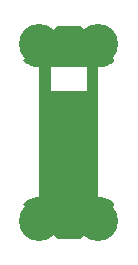
<source format=gbr>
%TF.GenerationSoftware,KiCad,Pcbnew,6.0.9+dfsg-1~bpo11+1*%
%TF.CreationDate,2022-11-07T06:27:49+01:00*%
%TF.ProjectId,pcb-connector,7063622d-636f-46e6-9e65-63746f722e6b,2*%
%TF.SameCoordinates,Original*%
%TF.FileFunction,Soldermask,Bot*%
%TF.FilePolarity,Negative*%
%FSLAX46Y46*%
G04 Gerber Fmt 4.6, Leading zero omitted, Abs format (unit mm)*
G04 Created by KiCad (PCBNEW 6.0.9+dfsg-1~bpo11+1) date 2022-11-07 06:27:49*
%MOMM*%
%LPD*%
G01*
G04 APERTURE LIST*
%ADD10C,3.400000*%
G04 APERTURE END LIST*
D10*
%TO.C,H4*%
X145000000Y-90000000D03*
%TD*%
%TO.C,H3*%
X150000000Y-75000000D03*
%TD*%
%TO.C,H1*%
X145000000Y-75000000D03*
%TD*%
%TO.C,H2*%
X150000000Y-90000000D03*
%TD*%
G36*
X149942121Y-78756187D02*
G01*
X149988614Y-78809843D01*
X150000000Y-78862185D01*
X150000000Y-87981885D01*
X150004475Y-87997124D01*
X150007518Y-87999761D01*
X150011442Y-88000750D01*
X150252810Y-88016570D01*
X150269150Y-88018721D01*
X150509538Y-88066537D01*
X150525459Y-88070803D01*
X150757548Y-88149587D01*
X150772774Y-88155894D01*
X150992592Y-88264296D01*
X151006866Y-88272537D01*
X151210658Y-88408706D01*
X151223733Y-88418739D01*
X151313070Y-88497085D01*
X151351098Y-88557038D01*
X151350676Y-88628034D01*
X151319088Y-88680912D01*
X148536905Y-91463095D01*
X148474593Y-91497121D01*
X148447810Y-91500000D01*
X146552190Y-91500000D01*
X146484069Y-91479998D01*
X146463095Y-91463095D01*
X143680912Y-88680912D01*
X143646886Y-88618600D01*
X143651951Y-88547785D01*
X143686930Y-88497085D01*
X143776267Y-88418739D01*
X143789342Y-88408706D01*
X143993131Y-88272539D01*
X144007404Y-88264298D01*
X144227230Y-88155891D01*
X144242458Y-88149584D01*
X144474540Y-88070803D01*
X144490460Y-88066537D01*
X144730850Y-88018721D01*
X144747190Y-88016570D01*
X144981921Y-88001185D01*
X144996838Y-87995722D01*
X144999271Y-87992513D01*
X145000000Y-87988537D01*
X145000000Y-79116185D01*
X145020002Y-79048064D01*
X145073658Y-79001571D01*
X145126000Y-78990185D01*
X148981885Y-78990185D01*
X148997124Y-78985710D01*
X148998329Y-78984320D01*
X149000000Y-78976637D01*
X149000000Y-78862185D01*
X149020002Y-78794064D01*
X149073658Y-78747571D01*
X149126000Y-78736185D01*
X149874000Y-78736185D01*
X149942121Y-78756187D01*
G37*
G36*
X150094514Y-76766002D02*
G01*
X150141007Y-76819658D01*
X150151111Y-76889932D01*
X150121617Y-76954512D01*
X150061891Y-76992896D01*
X150034634Y-76997730D01*
X150018079Y-76998815D01*
X150003162Y-77004278D01*
X150000729Y-77007487D01*
X150000000Y-77011463D01*
X150000000Y-79128000D01*
X149979998Y-79196121D01*
X149926342Y-79242614D01*
X149874000Y-79254000D01*
X149003088Y-79254000D01*
X148996906Y-79253848D01*
X148981291Y-79253081D01*
X148968985Y-79251869D01*
X148956574Y-79250028D01*
X148944448Y-79247616D01*
X148932267Y-79244565D01*
X148920435Y-79240976D01*
X148908629Y-79236752D01*
X148897194Y-79232015D01*
X148893110Y-79230083D01*
X148840085Y-79182872D01*
X148821002Y-79114488D01*
X148841920Y-79046643D01*
X148896197Y-79000877D01*
X148946991Y-78990185D01*
X148981885Y-78990185D01*
X148997124Y-78985710D01*
X148998329Y-78984320D01*
X149000000Y-78976637D01*
X149000000Y-77018115D01*
X148995525Y-77002876D01*
X148994135Y-77001671D01*
X148986452Y-77000000D01*
X148979162Y-77000000D01*
X148911041Y-76979998D01*
X148864548Y-76926342D01*
X148854444Y-76856068D01*
X148883938Y-76791488D01*
X148943664Y-76753104D01*
X148960671Y-76749364D01*
X148968982Y-76748131D01*
X148981291Y-76746919D01*
X148996906Y-76746152D01*
X149003088Y-76746000D01*
X150026393Y-76746000D01*
X150094514Y-76766002D01*
G37*
G36*
X148515931Y-73520002D02*
G01*
X148536905Y-73536905D01*
X151319088Y-76319088D01*
X151353114Y-76381400D01*
X151348049Y-76452215D01*
X151313070Y-76502915D01*
X151223733Y-76581261D01*
X151210658Y-76591294D01*
X151006869Y-76727461D01*
X150992596Y-76735702D01*
X150772770Y-76844109D01*
X150757542Y-76850416D01*
X150525460Y-76929197D01*
X150509540Y-76933463D01*
X150269150Y-76981279D01*
X150252810Y-76983430D01*
X150018079Y-76998815D01*
X150003162Y-77004278D01*
X150000729Y-77007487D01*
X150000000Y-77011463D01*
X150000000Y-77128000D01*
X149979998Y-77196121D01*
X149926342Y-77242614D01*
X149874000Y-77254000D01*
X149126000Y-77254000D01*
X149057879Y-77233998D01*
X149011386Y-77180342D01*
X149000000Y-77128000D01*
X149000000Y-77018115D01*
X148995525Y-77002876D01*
X148994135Y-77001671D01*
X148986452Y-77000000D01*
X146018115Y-77000000D01*
X146002876Y-77004475D01*
X146001671Y-77005865D01*
X146000000Y-77013548D01*
X146000000Y-77128000D01*
X145979998Y-77196121D01*
X145926342Y-77242614D01*
X145874000Y-77254000D01*
X145126000Y-77254000D01*
X145057879Y-77233998D01*
X145011386Y-77180342D01*
X145000000Y-77128000D01*
X145000000Y-77018115D01*
X144995525Y-77002876D01*
X144992482Y-77000239D01*
X144988558Y-76999250D01*
X144747190Y-76983430D01*
X144730850Y-76981279D01*
X144490462Y-76933463D01*
X144474541Y-76929197D01*
X144242452Y-76850413D01*
X144227226Y-76844106D01*
X144007408Y-76735704D01*
X143993134Y-76727463D01*
X143789342Y-76591294D01*
X143776267Y-76581261D01*
X143686930Y-76502915D01*
X143648902Y-76442962D01*
X143649324Y-76371966D01*
X143680912Y-76319088D01*
X146463095Y-73536905D01*
X146525407Y-73502879D01*
X146552190Y-73500000D01*
X148447810Y-73500000D01*
X148515931Y-73520002D01*
G37*
G36*
X146003094Y-76746152D02*
G01*
X146018709Y-76746919D01*
X146031018Y-76748131D01*
X146039329Y-76749364D01*
X146103777Y-76779146D01*
X146141892Y-76839044D01*
X146141574Y-76910040D01*
X146102923Y-76969593D01*
X146038210Y-76998797D01*
X146020838Y-77000000D01*
X146018115Y-77000000D01*
X146002876Y-77004475D01*
X146001671Y-77005865D01*
X146000000Y-77013548D01*
X146000000Y-78972070D01*
X146004475Y-78987309D01*
X146005865Y-78988514D01*
X146013548Y-78990185D01*
X146053009Y-78990185D01*
X146121130Y-79010187D01*
X146167623Y-79063843D01*
X146177727Y-79134117D01*
X146148233Y-79198697D01*
X146106890Y-79230083D01*
X146102806Y-79232015D01*
X146091371Y-79236752D01*
X146079565Y-79240976D01*
X146067733Y-79244565D01*
X146055552Y-79247616D01*
X146043426Y-79250028D01*
X146031015Y-79251869D01*
X146018709Y-79253081D01*
X146003094Y-79253848D01*
X145996912Y-79254000D01*
X145126000Y-79254000D01*
X145057879Y-79233998D01*
X145011386Y-79180342D01*
X145000000Y-79128000D01*
X145000000Y-77018115D01*
X144995525Y-77002876D01*
X144992482Y-77000239D01*
X144988558Y-76999250D01*
X144965366Y-76997730D01*
X144898700Y-76973316D01*
X144855815Y-76916734D01*
X144850329Y-76845950D01*
X144883983Y-76783436D01*
X144946092Y-76749041D01*
X144973607Y-76746000D01*
X145996912Y-76746000D01*
X146003094Y-76746152D01*
G37*
M02*

</source>
